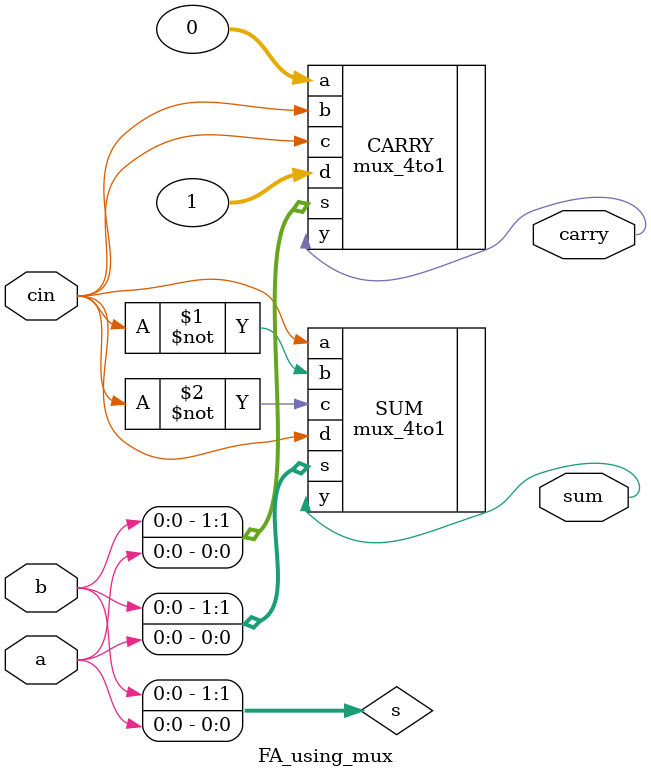
<source format=v>
`timescale 1ns / 1ps


module FA_using_mux(input a,b,cin,output sum,carry);
wire [1:0]s;
assign s[0]=a;
assign s[1]=b;
mux_4to1 SUM(.y(sum),.s(s),.a(cin),.b(~cin),.c(~cin),.d(cin));
mux_4to1 CARRY(.y(carry),.s(s),.a(0),.b(cin),.c(cin),.d(1));
endmodule

</source>
